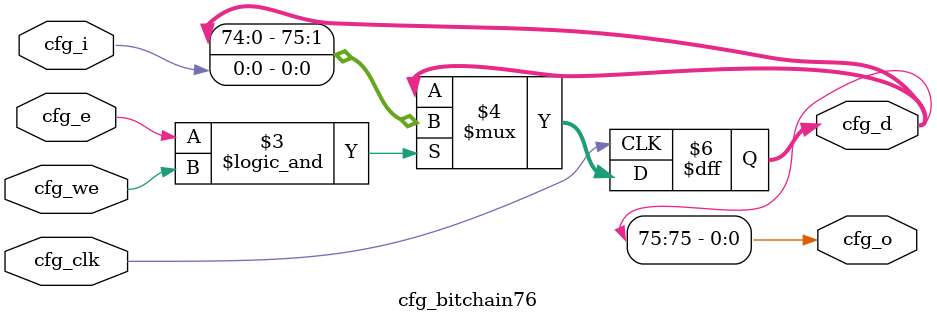
<source format=v>
module cfg_bitchain76 (
    input wire [0:0] cfg_clk,
    input wire [0:0] cfg_e,
    input wire [0:0] cfg_we,
    input wire [0:0] cfg_i,
    output reg [0:0] cfg_o,
    output reg [75:0] cfg_d
    );

    // combinational outputs
    always @* begin
        cfg_o = cfg_d[75];
    end

    always @(posedge cfg_clk) begin
        if (cfg_e && cfg_we) begin
            cfg_d <= {cfg_d, cfg_i};
        end
    end

endmodule

</source>
